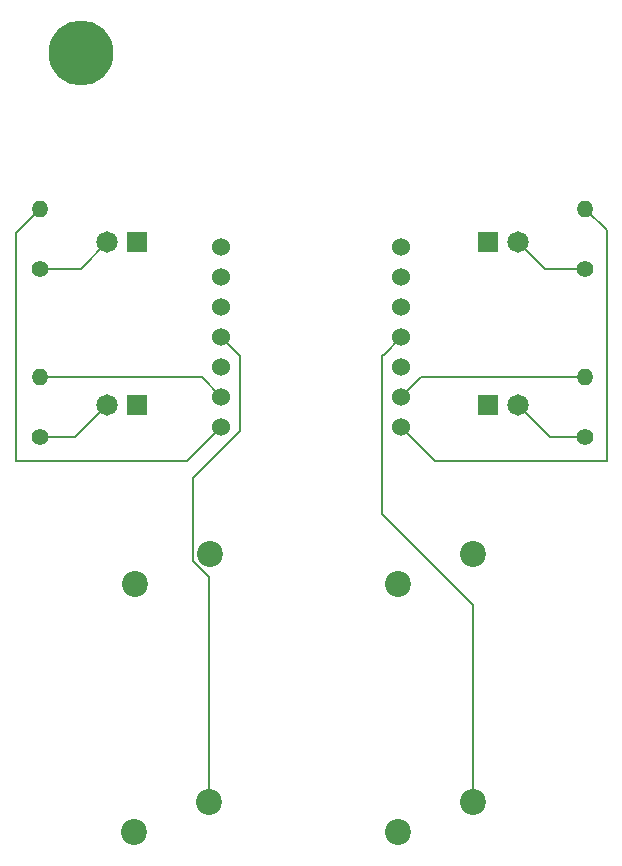
<source format=gbr>
%TF.GenerationSoftware,KiCad,Pcbnew,8.0.9-1.fc40*%
%TF.CreationDate,2025-07-05T11:51:32+08:00*%
%TF.ProjectId,pcb,7063622e-6b69-4636-9164-5f7063625858,rev?*%
%TF.SameCoordinates,Original*%
%TF.FileFunction,Copper,L2,Bot*%
%TF.FilePolarity,Positive*%
%FSLAX46Y46*%
G04 Gerber Fmt 4.6, Leading zero omitted, Abs format (unit mm)*
G04 Created by KiCad (PCBNEW 8.0.9-1.fc40) date 2025-07-05 11:51:32*
%MOMM*%
%LPD*%
G01*
G04 APERTURE LIST*
%TA.AperFunction,ComponentPad*%
%ADD10C,2.200000*%
%TD*%
%TA.AperFunction,ComponentPad*%
%ADD11R,1.815000X1.815000*%
%TD*%
%TA.AperFunction,ComponentPad*%
%ADD12C,1.815000*%
%TD*%
%TA.AperFunction,ComponentPad*%
%ADD13O,1.400000X1.400000*%
%TD*%
%TA.AperFunction,ComponentPad*%
%ADD14C,1.400000*%
%TD*%
%TA.AperFunction,ComponentPad*%
%ADD15C,1.524000*%
%TD*%
%TA.AperFunction,ViaPad*%
%ADD16C,5.500000*%
%TD*%
%TA.AperFunction,Conductor*%
%ADD17C,0.200000*%
%TD*%
G04 APERTURE END LIST*
D10*
%TO.P,SW3,2,2*%
%TO.N,GND*%
X237490000Y-103460000D03*
%TO.P,SW3,1,1*%
%TO.N,button3*%
X243840000Y-100920000D03*
%TD*%
D11*
%TO.P,D4,C*%
%TO.N,GND*%
X267460000Y-67250000D03*
D12*
%TO.P,D4,A*%
%TO.N,Net-(D4-PadA)*%
X270000000Y-67250000D03*
%TD*%
%TO.P,D2,A*%
%TO.N,Net-(D2-PadA)*%
X270000000Y-53500000D03*
D11*
%TO.P,D2,C*%
%TO.N,GND*%
X267460000Y-53500000D03*
%TD*%
D13*
%TO.P,R2,2*%
%TO.N,LED2*%
X275710000Y-50670000D03*
D14*
%TO.P,R2,1*%
%TO.N,Net-(D2-PadA)*%
X275710000Y-55750000D03*
%TD*%
D12*
%TO.P,D3,A*%
%TO.N,Net-(D3-PadA)*%
X235230000Y-67250000D03*
D11*
%TO.P,D3,C*%
%TO.N,GND*%
X237770000Y-67250000D03*
%TD*%
D10*
%TO.P,SW4,1,1*%
%TO.N,button4*%
X266190000Y-100920000D03*
%TO.P,SW4,2,2*%
%TO.N,GND*%
X259840000Y-103460000D03*
%TD*%
D13*
%TO.P,R1,2*%
%TO.N,LED1*%
X229520000Y-50670000D03*
D14*
%TO.P,R1,1*%
%TO.N,Net-(D1-PadA)*%
X229520000Y-55750000D03*
%TD*%
D12*
%TO.P,D1,A*%
%TO.N,Net-(D1-PadA)*%
X235230000Y-53500000D03*
D11*
%TO.P,D1,C*%
%TO.N,GND*%
X237770000Y-53500000D03*
%TD*%
D13*
%TO.P,R3,2*%
%TO.N,LED3*%
X229520000Y-64920000D03*
D14*
%TO.P,R3,1*%
%TO.N,Net-(D3-PadA)*%
X229520000Y-70000000D03*
%TD*%
%TO.P,R4,1*%
%TO.N,Net-(D4-PadA)*%
X275710000Y-70000000D03*
D13*
%TO.P,R4,2*%
%TO.N,LED4*%
X275710000Y-64920000D03*
%TD*%
D10*
%TO.P,SW1,1,1*%
%TO.N,button1*%
X243920000Y-79920000D03*
%TO.P,SW1,2,2*%
%TO.N,GND*%
X237570000Y-82460000D03*
%TD*%
%TO.P,SW2,2,2*%
%TO.N,GND*%
X259840000Y-82460000D03*
%TO.P,SW2,1,1*%
%TO.N,button2*%
X266190000Y-79920000D03*
%TD*%
D15*
%TO.P,U1,14,VBUS*%
%TO.N,unconnected-(U1-VBUS-Pad14)*%
X260120000Y-53880000D03*
%TO.P,U1,13,GND*%
%TO.N,GND*%
X260120000Y-56420000D03*
%TO.P,U1,12,3V3*%
%TO.N,unconnected-(U1-3V3-Pad12)*%
X260120000Y-58960000D03*
%TO.P,U1,11,GPIO3/MOSI*%
%TO.N,button4*%
X260120000Y-61500000D03*
%TO.P,U1,10,GPIO4/MISO*%
%TO.N,button2*%
X260120000Y-64040000D03*
%TO.P,U1,9,GPIO2/SCK*%
%TO.N,LED4*%
X260120000Y-66580000D03*
%TO.P,U1,8,GPIO1/RX*%
%TO.N,LED2*%
X260120000Y-69120000D03*
%TO.P,U1,7,GPIO0/TX*%
%TO.N,LED1*%
X244880000Y-69120000D03*
%TO.P,U1,6,GPIO7/SCL*%
%TO.N,LED3*%
X244880000Y-66580000D03*
%TO.P,U1,5,GPIO6/SDA*%
%TO.N,button1*%
X244880000Y-64040000D03*
%TO.P,U1,4,GPIO29/ADC3/A3*%
%TO.N,button3*%
X244880000Y-61500000D03*
%TO.P,U1,3,GPIO28/ADC2/A2*%
%TO.N,unconnected-(U1-GPIO28{slash}ADC2{slash}A2-Pad3)*%
X244880000Y-58960000D03*
%TO.P,U1,2,GPIO27/ADC1/A1*%
%TO.N,unconnected-(U1-GPIO27{slash}ADC1{slash}A1-Pad2)*%
X244880000Y-56420000D03*
%TO.P,U1,1,GPIO26/ADC0/A0*%
%TO.N,unconnected-(U1-GPIO26{slash}ADC0{slash}A0-Pad1)*%
X244880000Y-53880000D03*
%TD*%
D16*
%TO.N,*%
X233000000Y-37500000D03*
%TD*%
D17*
%TO.N,LED2*%
X275710000Y-50670000D02*
X277500000Y-52460000D01*
X277500000Y-72000000D02*
X263000000Y-72000000D01*
X277500000Y-52460000D02*
X277500000Y-72000000D01*
%TO.N,button3*%
X243840000Y-100920000D02*
X243840000Y-81819899D01*
X246500000Y-63120000D02*
X244880000Y-61500000D01*
X243840000Y-81819899D02*
X242520000Y-80499899D01*
X242520000Y-73480000D02*
X246500000Y-69500000D01*
X242520000Y-80499899D02*
X242520000Y-73480000D01*
X246500000Y-69500000D02*
X246500000Y-63120000D01*
%TO.N,button4*%
X258500000Y-63000000D02*
X258500000Y-76526598D01*
X258500000Y-63000000D02*
X258620000Y-63000000D01*
X258620000Y-63000000D02*
X260120000Y-61500000D01*
X258500000Y-76526598D02*
X266190000Y-84216598D01*
X266190000Y-84216598D02*
X266190000Y-100920000D01*
%TO.N,LED1*%
X227500000Y-52690000D02*
X227500000Y-72000000D01*
X229520000Y-50670000D02*
X227500000Y-52690000D01*
X227500000Y-72000000D02*
X242000000Y-72000000D01*
X242000000Y-72000000D02*
X244880000Y-69120000D01*
%TO.N,LED3*%
X229520000Y-64920000D02*
X243220000Y-64920000D01*
X243220000Y-64920000D02*
X244880000Y-66580000D01*
%TO.N,LED4*%
X275710000Y-64920000D02*
X261780000Y-64920000D01*
X261780000Y-64920000D02*
X260120000Y-66580000D01*
%TO.N,Net-(D1-PadA)*%
X229520000Y-55750000D02*
X232980000Y-55750000D01*
X232980000Y-55750000D02*
X235230000Y-53500000D01*
%TO.N,Net-(D3-PadA)*%
X229520000Y-70000000D02*
X232480000Y-70000000D01*
X232480000Y-70000000D02*
X235230000Y-67250000D01*
%TO.N,Net-(D2-PadA)*%
X275710000Y-55750000D02*
X272250000Y-55750000D01*
X272250000Y-55750000D02*
X270000000Y-53500000D01*
%TO.N,Net-(D4-PadA)*%
X275710000Y-70000000D02*
X272750000Y-70000000D01*
X272750000Y-70000000D02*
X270000000Y-67250000D01*
%TO.N,LED2*%
X263000000Y-72000000D02*
X260120000Y-69120000D01*
%TD*%
M02*

</source>
